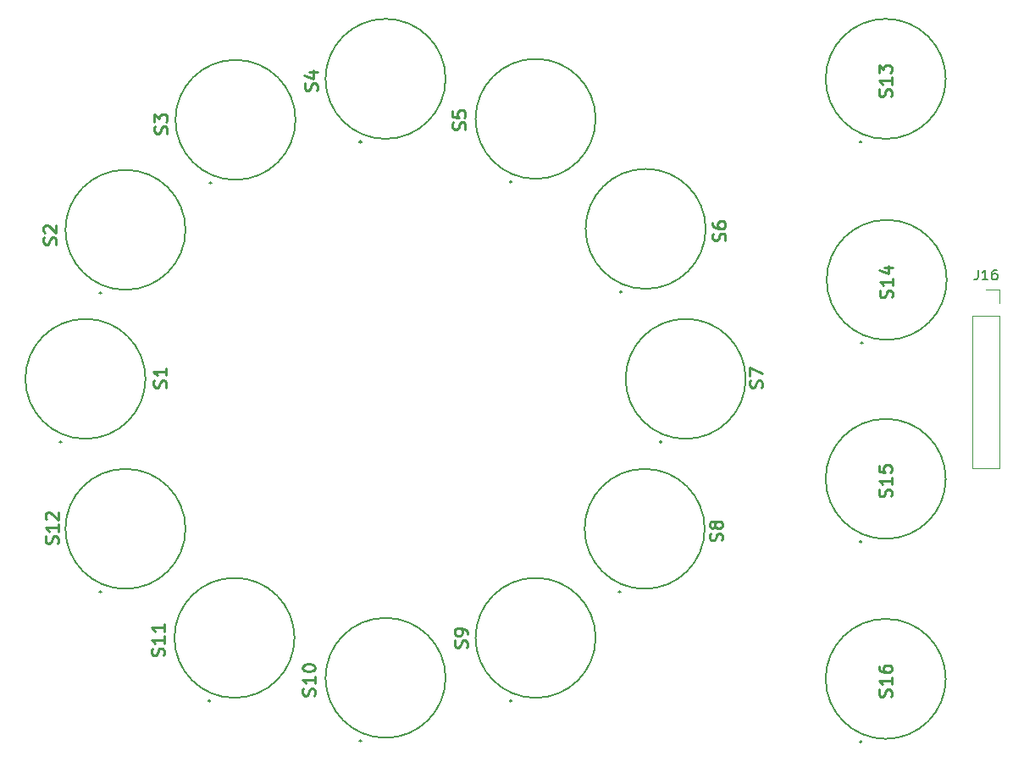
<source format=gbr>
G04 #@! TF.GenerationSoftware,KiCad,Pcbnew,(6.0.5)*
G04 #@! TF.CreationDate,2022-07-13T23:01:29-05:00*
G04 #@! TF.ProjectId,QuantizerFront,5175616e-7469-47a6-9572-46726f6e742e,rev?*
G04 #@! TF.SameCoordinates,Original*
G04 #@! TF.FileFunction,Legend,Top*
G04 #@! TF.FilePolarity,Positive*
%FSLAX46Y46*%
G04 Gerber Fmt 4.6, Leading zero omitted, Abs format (unit mm)*
G04 Created by KiCad (PCBNEW (6.0.5)) date 2022-07-13 23:01:29*
%MOMM*%
%LPD*%
G01*
G04 APERTURE LIST*
%ADD10C,0.254000*%
%ADD11C,0.150000*%
%ADD12C,0.200000*%
%ADD13C,0.120000*%
G04 APERTURE END LIST*
D10*
G04 #@! TO.C,S12*
X67214047Y-116472380D02*
X67274523Y-116290952D01*
X67274523Y-115988571D01*
X67214047Y-115867619D01*
X67153571Y-115807142D01*
X67032619Y-115746666D01*
X66911666Y-115746666D01*
X66790714Y-115807142D01*
X66730238Y-115867619D01*
X66669761Y-115988571D01*
X66609285Y-116230476D01*
X66548809Y-116351428D01*
X66488333Y-116411904D01*
X66367380Y-116472380D01*
X66246428Y-116472380D01*
X66125476Y-116411904D01*
X66065000Y-116351428D01*
X66004523Y-116230476D01*
X66004523Y-115928095D01*
X66065000Y-115746666D01*
X67274523Y-114537142D02*
X67274523Y-115262857D01*
X67274523Y-114900000D02*
X66004523Y-114900000D01*
X66185952Y-115020952D01*
X66306904Y-115141904D01*
X66367380Y-115262857D01*
X66125476Y-114053333D02*
X66065000Y-113992857D01*
X66004523Y-113871904D01*
X66004523Y-113569523D01*
X66065000Y-113448571D01*
X66125476Y-113388095D01*
X66246428Y-113327619D01*
X66367380Y-113327619D01*
X66548809Y-113388095D01*
X67274523Y-114113809D01*
X67274523Y-113327619D01*
G04 #@! TO.C,S13*
X150514047Y-71772380D02*
X150574523Y-71590952D01*
X150574523Y-71288571D01*
X150514047Y-71167619D01*
X150453571Y-71107142D01*
X150332619Y-71046666D01*
X150211666Y-71046666D01*
X150090714Y-71107142D01*
X150030238Y-71167619D01*
X149969761Y-71288571D01*
X149909285Y-71530476D01*
X149848809Y-71651428D01*
X149788333Y-71711904D01*
X149667380Y-71772380D01*
X149546428Y-71772380D01*
X149425476Y-71711904D01*
X149365000Y-71651428D01*
X149304523Y-71530476D01*
X149304523Y-71228095D01*
X149365000Y-71046666D01*
X150574523Y-69837142D02*
X150574523Y-70562857D01*
X150574523Y-70200000D02*
X149304523Y-70200000D01*
X149485952Y-70320952D01*
X149606904Y-70441904D01*
X149667380Y-70562857D01*
X149304523Y-69413809D02*
X149304523Y-68627619D01*
X149788333Y-69050952D01*
X149788333Y-68869523D01*
X149848809Y-68748571D01*
X149909285Y-68688095D01*
X150030238Y-68627619D01*
X150332619Y-68627619D01*
X150453571Y-68688095D01*
X150514047Y-68748571D01*
X150574523Y-68869523D01*
X150574523Y-69232380D01*
X150514047Y-69353333D01*
X150453571Y-69413809D01*
G04 #@! TO.C,S8*
X133614047Y-116167619D02*
X133674523Y-115986190D01*
X133674523Y-115683809D01*
X133614047Y-115562857D01*
X133553571Y-115502380D01*
X133432619Y-115441904D01*
X133311666Y-115441904D01*
X133190714Y-115502380D01*
X133130238Y-115562857D01*
X133069761Y-115683809D01*
X133009285Y-115925714D01*
X132948809Y-116046666D01*
X132888333Y-116107142D01*
X132767380Y-116167619D01*
X132646428Y-116167619D01*
X132525476Y-116107142D01*
X132465000Y-116046666D01*
X132404523Y-115925714D01*
X132404523Y-115623333D01*
X132465000Y-115441904D01*
X132948809Y-114716190D02*
X132888333Y-114837142D01*
X132827857Y-114897619D01*
X132706904Y-114958095D01*
X132646428Y-114958095D01*
X132525476Y-114897619D01*
X132465000Y-114837142D01*
X132404523Y-114716190D01*
X132404523Y-114474285D01*
X132465000Y-114353333D01*
X132525476Y-114292857D01*
X132646428Y-114232380D01*
X132706904Y-114232380D01*
X132827857Y-114292857D01*
X132888333Y-114353333D01*
X132948809Y-114474285D01*
X132948809Y-114716190D01*
X133009285Y-114837142D01*
X133069761Y-114897619D01*
X133190714Y-114958095D01*
X133432619Y-114958095D01*
X133553571Y-114897619D01*
X133614047Y-114837142D01*
X133674523Y-114716190D01*
X133674523Y-114474285D01*
X133614047Y-114353333D01*
X133553571Y-114292857D01*
X133432619Y-114232380D01*
X133190714Y-114232380D01*
X133069761Y-114292857D01*
X133009285Y-114353333D01*
X132948809Y-114474285D01*
G04 #@! TO.C,S6*
X133914047Y-86167619D02*
X133974523Y-85986190D01*
X133974523Y-85683809D01*
X133914047Y-85562857D01*
X133853571Y-85502380D01*
X133732619Y-85441904D01*
X133611666Y-85441904D01*
X133490714Y-85502380D01*
X133430238Y-85562857D01*
X133369761Y-85683809D01*
X133309285Y-85925714D01*
X133248809Y-86046666D01*
X133188333Y-86107142D01*
X133067380Y-86167619D01*
X132946428Y-86167619D01*
X132825476Y-86107142D01*
X132765000Y-86046666D01*
X132704523Y-85925714D01*
X132704523Y-85623333D01*
X132765000Y-85441904D01*
X132704523Y-84353333D02*
X132704523Y-84595238D01*
X132765000Y-84716190D01*
X132825476Y-84776666D01*
X133006904Y-84897619D01*
X133248809Y-84958095D01*
X133732619Y-84958095D01*
X133853571Y-84897619D01*
X133914047Y-84837142D01*
X133974523Y-84716190D01*
X133974523Y-84474285D01*
X133914047Y-84353333D01*
X133853571Y-84292857D01*
X133732619Y-84232380D01*
X133430238Y-84232380D01*
X133309285Y-84292857D01*
X133248809Y-84353333D01*
X133188333Y-84474285D01*
X133188333Y-84716190D01*
X133248809Y-84837142D01*
X133309285Y-84897619D01*
X133430238Y-84958095D01*
G04 #@! TO.C,S4*
X93114047Y-71167619D02*
X93174523Y-70986190D01*
X93174523Y-70683809D01*
X93114047Y-70562857D01*
X93053571Y-70502380D01*
X92932619Y-70441904D01*
X92811666Y-70441904D01*
X92690714Y-70502380D01*
X92630238Y-70562857D01*
X92569761Y-70683809D01*
X92509285Y-70925714D01*
X92448809Y-71046666D01*
X92388333Y-71107142D01*
X92267380Y-71167619D01*
X92146428Y-71167619D01*
X92025476Y-71107142D01*
X91965000Y-71046666D01*
X91904523Y-70925714D01*
X91904523Y-70623333D01*
X91965000Y-70441904D01*
X92327857Y-69353333D02*
X93174523Y-69353333D01*
X91844047Y-69655714D02*
X92751190Y-69958095D01*
X92751190Y-69171904D01*
D11*
G04 #@! TO.C,J16*
X159215476Y-89082380D02*
X159215476Y-89796666D01*
X159167857Y-89939523D01*
X159072619Y-90034761D01*
X158929761Y-90082380D01*
X158834523Y-90082380D01*
X160215476Y-90082380D02*
X159644047Y-90082380D01*
X159929761Y-90082380D02*
X159929761Y-89082380D01*
X159834523Y-89225238D01*
X159739285Y-89320476D01*
X159644047Y-89368095D01*
X161072619Y-89082380D02*
X160882142Y-89082380D01*
X160786904Y-89130000D01*
X160739285Y-89177619D01*
X160644047Y-89320476D01*
X160596428Y-89510952D01*
X160596428Y-89891904D01*
X160644047Y-89987142D01*
X160691666Y-90034761D01*
X160786904Y-90082380D01*
X160977380Y-90082380D01*
X161072619Y-90034761D01*
X161120238Y-89987142D01*
X161167857Y-89891904D01*
X161167857Y-89653809D01*
X161120238Y-89558571D01*
X161072619Y-89510952D01*
X160977380Y-89463333D01*
X160786904Y-89463333D01*
X160691666Y-89510952D01*
X160644047Y-89558571D01*
X160596428Y-89653809D01*
D10*
G04 #@! TO.C,S2*
X67014047Y-86567619D02*
X67074523Y-86386190D01*
X67074523Y-86083809D01*
X67014047Y-85962857D01*
X66953571Y-85902380D01*
X66832619Y-85841904D01*
X66711666Y-85841904D01*
X66590714Y-85902380D01*
X66530238Y-85962857D01*
X66469761Y-86083809D01*
X66409285Y-86325714D01*
X66348809Y-86446666D01*
X66288333Y-86507142D01*
X66167380Y-86567619D01*
X66046428Y-86567619D01*
X65925476Y-86507142D01*
X65865000Y-86446666D01*
X65804523Y-86325714D01*
X65804523Y-86023333D01*
X65865000Y-85841904D01*
X65925476Y-85358095D02*
X65865000Y-85297619D01*
X65804523Y-85176666D01*
X65804523Y-84874285D01*
X65865000Y-84753333D01*
X65925476Y-84692857D01*
X66046428Y-84632380D01*
X66167380Y-84632380D01*
X66348809Y-84692857D01*
X67074523Y-85418571D01*
X67074523Y-84632380D01*
G04 #@! TO.C,S3*
X78114047Y-75467619D02*
X78174523Y-75286190D01*
X78174523Y-74983809D01*
X78114047Y-74862857D01*
X78053571Y-74802380D01*
X77932619Y-74741904D01*
X77811666Y-74741904D01*
X77690714Y-74802380D01*
X77630238Y-74862857D01*
X77569761Y-74983809D01*
X77509285Y-75225714D01*
X77448809Y-75346666D01*
X77388333Y-75407142D01*
X77267380Y-75467619D01*
X77146428Y-75467619D01*
X77025476Y-75407142D01*
X76965000Y-75346666D01*
X76904523Y-75225714D01*
X76904523Y-74923333D01*
X76965000Y-74741904D01*
X76904523Y-74318571D02*
X76904523Y-73532380D01*
X77388333Y-73955714D01*
X77388333Y-73774285D01*
X77448809Y-73653333D01*
X77509285Y-73592857D01*
X77630238Y-73532380D01*
X77932619Y-73532380D01*
X78053571Y-73592857D01*
X78114047Y-73653333D01*
X78174523Y-73774285D01*
X78174523Y-74137142D01*
X78114047Y-74258095D01*
X78053571Y-74318571D01*
G04 #@! TO.C,S7*
X137614047Y-100867619D02*
X137674523Y-100686190D01*
X137674523Y-100383809D01*
X137614047Y-100262857D01*
X137553571Y-100202380D01*
X137432619Y-100141904D01*
X137311666Y-100141904D01*
X137190714Y-100202380D01*
X137130238Y-100262857D01*
X137069761Y-100383809D01*
X137009285Y-100625714D01*
X136948809Y-100746666D01*
X136888333Y-100807142D01*
X136767380Y-100867619D01*
X136646428Y-100867619D01*
X136525476Y-100807142D01*
X136465000Y-100746666D01*
X136404523Y-100625714D01*
X136404523Y-100323333D01*
X136465000Y-100141904D01*
X136404523Y-99718571D02*
X136404523Y-98871904D01*
X137674523Y-99416190D01*
G04 #@! TO.C,S10*
X92914047Y-131672380D02*
X92974523Y-131490952D01*
X92974523Y-131188571D01*
X92914047Y-131067619D01*
X92853571Y-131007142D01*
X92732619Y-130946666D01*
X92611666Y-130946666D01*
X92490714Y-131007142D01*
X92430238Y-131067619D01*
X92369761Y-131188571D01*
X92309285Y-131430476D01*
X92248809Y-131551428D01*
X92188333Y-131611904D01*
X92067380Y-131672380D01*
X91946428Y-131672380D01*
X91825476Y-131611904D01*
X91765000Y-131551428D01*
X91704523Y-131430476D01*
X91704523Y-131128095D01*
X91765000Y-130946666D01*
X92974523Y-129737142D02*
X92974523Y-130462857D01*
X92974523Y-130100000D02*
X91704523Y-130100000D01*
X91885952Y-130220952D01*
X92006904Y-130341904D01*
X92067380Y-130462857D01*
X91704523Y-128950952D02*
X91704523Y-128830000D01*
X91765000Y-128709047D01*
X91825476Y-128648571D01*
X91946428Y-128588095D01*
X92188333Y-128527619D01*
X92490714Y-128527619D01*
X92732619Y-128588095D01*
X92853571Y-128648571D01*
X92914047Y-128709047D01*
X92974523Y-128830000D01*
X92974523Y-128950952D01*
X92914047Y-129071904D01*
X92853571Y-129132380D01*
X92732619Y-129192857D01*
X92490714Y-129253333D01*
X92188333Y-129253333D01*
X91946428Y-129192857D01*
X91825476Y-129132380D01*
X91765000Y-129071904D01*
X91704523Y-128950952D01*
G04 #@! TO.C,S16*
X150514047Y-131772380D02*
X150574523Y-131590952D01*
X150574523Y-131288571D01*
X150514047Y-131167619D01*
X150453571Y-131107142D01*
X150332619Y-131046666D01*
X150211666Y-131046666D01*
X150090714Y-131107142D01*
X150030238Y-131167619D01*
X149969761Y-131288571D01*
X149909285Y-131530476D01*
X149848809Y-131651428D01*
X149788333Y-131711904D01*
X149667380Y-131772380D01*
X149546428Y-131772380D01*
X149425476Y-131711904D01*
X149365000Y-131651428D01*
X149304523Y-131530476D01*
X149304523Y-131228095D01*
X149365000Y-131046666D01*
X150574523Y-129837142D02*
X150574523Y-130562857D01*
X150574523Y-130200000D02*
X149304523Y-130200000D01*
X149485952Y-130320952D01*
X149606904Y-130441904D01*
X149667380Y-130562857D01*
X149304523Y-128748571D02*
X149304523Y-128990476D01*
X149365000Y-129111428D01*
X149425476Y-129171904D01*
X149606904Y-129292857D01*
X149848809Y-129353333D01*
X150332619Y-129353333D01*
X150453571Y-129292857D01*
X150514047Y-129232380D01*
X150574523Y-129111428D01*
X150574523Y-128869523D01*
X150514047Y-128748571D01*
X150453571Y-128688095D01*
X150332619Y-128627619D01*
X150030238Y-128627619D01*
X149909285Y-128688095D01*
X149848809Y-128748571D01*
X149788333Y-128869523D01*
X149788333Y-129111428D01*
X149848809Y-129232380D01*
X149909285Y-129292857D01*
X150030238Y-129353333D01*
G04 #@! TO.C,S1*
X78014047Y-100867619D02*
X78074523Y-100686190D01*
X78074523Y-100383809D01*
X78014047Y-100262857D01*
X77953571Y-100202380D01*
X77832619Y-100141904D01*
X77711666Y-100141904D01*
X77590714Y-100202380D01*
X77530238Y-100262857D01*
X77469761Y-100383809D01*
X77409285Y-100625714D01*
X77348809Y-100746666D01*
X77288333Y-100807142D01*
X77167380Y-100867619D01*
X77046428Y-100867619D01*
X76925476Y-100807142D01*
X76865000Y-100746666D01*
X76804523Y-100625714D01*
X76804523Y-100323333D01*
X76865000Y-100141904D01*
X78074523Y-98932380D02*
X78074523Y-99658095D01*
X78074523Y-99295238D02*
X76804523Y-99295238D01*
X76985952Y-99416190D01*
X77106904Y-99537142D01*
X77167380Y-99658095D01*
G04 #@! TO.C,S14*
X150614047Y-91872380D02*
X150674523Y-91690952D01*
X150674523Y-91388571D01*
X150614047Y-91267619D01*
X150553571Y-91207142D01*
X150432619Y-91146666D01*
X150311666Y-91146666D01*
X150190714Y-91207142D01*
X150130238Y-91267619D01*
X150069761Y-91388571D01*
X150009285Y-91630476D01*
X149948809Y-91751428D01*
X149888333Y-91811904D01*
X149767380Y-91872380D01*
X149646428Y-91872380D01*
X149525476Y-91811904D01*
X149465000Y-91751428D01*
X149404523Y-91630476D01*
X149404523Y-91328095D01*
X149465000Y-91146666D01*
X150674523Y-89937142D02*
X150674523Y-90662857D01*
X150674523Y-90300000D02*
X149404523Y-90300000D01*
X149585952Y-90420952D01*
X149706904Y-90541904D01*
X149767380Y-90662857D01*
X149827857Y-88848571D02*
X150674523Y-88848571D01*
X149344047Y-89150952D02*
X150251190Y-89453333D01*
X150251190Y-88667142D01*
G04 #@! TO.C,S15*
X150514047Y-111772380D02*
X150574523Y-111590952D01*
X150574523Y-111288571D01*
X150514047Y-111167619D01*
X150453571Y-111107142D01*
X150332619Y-111046666D01*
X150211666Y-111046666D01*
X150090714Y-111107142D01*
X150030238Y-111167619D01*
X149969761Y-111288571D01*
X149909285Y-111530476D01*
X149848809Y-111651428D01*
X149788333Y-111711904D01*
X149667380Y-111772380D01*
X149546428Y-111772380D01*
X149425476Y-111711904D01*
X149365000Y-111651428D01*
X149304523Y-111530476D01*
X149304523Y-111228095D01*
X149365000Y-111046666D01*
X150574523Y-109837142D02*
X150574523Y-110562857D01*
X150574523Y-110200000D02*
X149304523Y-110200000D01*
X149485952Y-110320952D01*
X149606904Y-110441904D01*
X149667380Y-110562857D01*
X149304523Y-108688095D02*
X149304523Y-109292857D01*
X149909285Y-109353333D01*
X149848809Y-109292857D01*
X149788333Y-109171904D01*
X149788333Y-108869523D01*
X149848809Y-108748571D01*
X149909285Y-108688095D01*
X150030238Y-108627619D01*
X150332619Y-108627619D01*
X150453571Y-108688095D01*
X150514047Y-108748571D01*
X150574523Y-108869523D01*
X150574523Y-109171904D01*
X150514047Y-109292857D01*
X150453571Y-109353333D01*
G04 #@! TO.C,S9*
X108114047Y-126867619D02*
X108174523Y-126686190D01*
X108174523Y-126383809D01*
X108114047Y-126262857D01*
X108053571Y-126202380D01*
X107932619Y-126141904D01*
X107811666Y-126141904D01*
X107690714Y-126202380D01*
X107630238Y-126262857D01*
X107569761Y-126383809D01*
X107509285Y-126625714D01*
X107448809Y-126746666D01*
X107388333Y-126807142D01*
X107267380Y-126867619D01*
X107146428Y-126867619D01*
X107025476Y-126807142D01*
X106965000Y-126746666D01*
X106904523Y-126625714D01*
X106904523Y-126323333D01*
X106965000Y-126141904D01*
X108174523Y-125537142D02*
X108174523Y-125295238D01*
X108114047Y-125174285D01*
X108053571Y-125113809D01*
X107872142Y-124992857D01*
X107630238Y-124932380D01*
X107146428Y-124932380D01*
X107025476Y-124992857D01*
X106965000Y-125053333D01*
X106904523Y-125174285D01*
X106904523Y-125416190D01*
X106965000Y-125537142D01*
X107025476Y-125597619D01*
X107146428Y-125658095D01*
X107448809Y-125658095D01*
X107569761Y-125597619D01*
X107630238Y-125537142D01*
X107690714Y-125416190D01*
X107690714Y-125174285D01*
X107630238Y-125053333D01*
X107569761Y-124992857D01*
X107448809Y-124932380D01*
G04 #@! TO.C,S5*
X107914047Y-75067619D02*
X107974523Y-74886190D01*
X107974523Y-74583809D01*
X107914047Y-74462857D01*
X107853571Y-74402380D01*
X107732619Y-74341904D01*
X107611666Y-74341904D01*
X107490714Y-74402380D01*
X107430238Y-74462857D01*
X107369761Y-74583809D01*
X107309285Y-74825714D01*
X107248809Y-74946666D01*
X107188333Y-75007142D01*
X107067380Y-75067619D01*
X106946428Y-75067619D01*
X106825476Y-75007142D01*
X106765000Y-74946666D01*
X106704523Y-74825714D01*
X106704523Y-74523333D01*
X106765000Y-74341904D01*
X106704523Y-73192857D02*
X106704523Y-73797619D01*
X107309285Y-73858095D01*
X107248809Y-73797619D01*
X107188333Y-73676666D01*
X107188333Y-73374285D01*
X107248809Y-73253333D01*
X107309285Y-73192857D01*
X107430238Y-73132380D01*
X107732619Y-73132380D01*
X107853571Y-73192857D01*
X107914047Y-73253333D01*
X107974523Y-73374285D01*
X107974523Y-73676666D01*
X107914047Y-73797619D01*
X107853571Y-73858095D01*
G04 #@! TO.C,S11*
X77814047Y-127672380D02*
X77874523Y-127490952D01*
X77874523Y-127188571D01*
X77814047Y-127067619D01*
X77753571Y-127007142D01*
X77632619Y-126946666D01*
X77511666Y-126946666D01*
X77390714Y-127007142D01*
X77330238Y-127067619D01*
X77269761Y-127188571D01*
X77209285Y-127430476D01*
X77148809Y-127551428D01*
X77088333Y-127611904D01*
X76967380Y-127672380D01*
X76846428Y-127672380D01*
X76725476Y-127611904D01*
X76665000Y-127551428D01*
X76604523Y-127430476D01*
X76604523Y-127128095D01*
X76665000Y-126946666D01*
X77874523Y-125737142D02*
X77874523Y-126462857D01*
X77874523Y-126100000D02*
X76604523Y-126100000D01*
X76785952Y-126220952D01*
X76906904Y-126341904D01*
X76967380Y-126462857D01*
X77874523Y-124527619D02*
X77874523Y-125253333D01*
X77874523Y-124890476D02*
X76604523Y-124890476D01*
X76785952Y-125011428D01*
X76906904Y-125132380D01*
X76967380Y-125253333D01*
D12*
G04 #@! TO.C,S12*
X74000000Y-121000000D02*
X74000000Y-121000000D01*
X71400000Y-121300000D02*
X71400000Y-121300000D01*
X71600000Y-121300000D02*
X71600000Y-121300000D01*
X74000000Y-109000000D02*
X74000000Y-109000000D01*
X74000000Y-121000000D02*
G75*
G03*
X74000000Y-109000000I0J6000000D01*
G01*
X74000000Y-109000000D02*
G75*
G03*
X74000000Y-121000000I0J-6000000D01*
G01*
X71600000Y-121300000D02*
G75*
G03*
X71400000Y-121300000I-100000J0D01*
G01*
X71400000Y-121300000D02*
G75*
G03*
X71600000Y-121300000I100000J0D01*
G01*
G04 #@! TO.C,S13*
X147600000Y-76300000D02*
X147600000Y-76300000D01*
X150000000Y-64000000D02*
X150000000Y-64000000D01*
X147400000Y-76300000D02*
X147400000Y-76300000D01*
X150000000Y-76000000D02*
X150000000Y-76000000D01*
X150000000Y-76000000D02*
G75*
G03*
X150000000Y-64000000I0J6000000D01*
G01*
X150000000Y-64000000D02*
G75*
G03*
X150000000Y-76000000I0J-6000000D01*
G01*
X147400000Y-76300000D02*
G75*
G03*
X147600000Y-76300000I100000J0D01*
G01*
X147600000Y-76300000D02*
G75*
G03*
X147400000Y-76300000I-100000J0D01*
G01*
G04 #@! TO.C,S8*
X125900000Y-109000000D02*
X125900000Y-109000000D01*
X125900000Y-121000000D02*
X125900000Y-121000000D01*
X123500000Y-121300000D02*
X123500000Y-121300000D01*
X123300000Y-121300000D02*
X123300000Y-121300000D01*
X125900000Y-109000000D02*
G75*
G03*
X125900000Y-121000000I0J-6000000D01*
G01*
X125900000Y-121000000D02*
G75*
G03*
X125900000Y-109000000I0J6000000D01*
G01*
X123300000Y-121300000D02*
G75*
G03*
X123500000Y-121300000I100000J0D01*
G01*
X123500000Y-121300000D02*
G75*
G03*
X123300000Y-121300000I-100000J0D01*
G01*
G04 #@! TO.C,S6*
X123600000Y-91300000D02*
X123600000Y-91300000D01*
X123400000Y-91300000D02*
X123400000Y-91300000D01*
X126000000Y-91000000D02*
X126000000Y-91000000D01*
X126000000Y-79000000D02*
X126000000Y-79000000D01*
X126000000Y-79000000D02*
G75*
G03*
X126000000Y-91000000I0J-6000000D01*
G01*
X123600000Y-91300000D02*
G75*
G03*
X123400000Y-91300000I-100000J0D01*
G01*
X123400000Y-91300000D02*
G75*
G03*
X123600000Y-91300000I100000J0D01*
G01*
X126000000Y-91000000D02*
G75*
G03*
X126000000Y-79000000I0J6000000D01*
G01*
G04 #@! TO.C,S4*
X97400000Y-76300000D02*
X97400000Y-76300000D01*
X100000000Y-64000000D02*
X100000000Y-64000000D01*
X100000000Y-76000000D02*
X100000000Y-76000000D01*
X97600000Y-76300000D02*
X97600000Y-76300000D01*
X100000000Y-76000000D02*
G75*
G03*
X100000000Y-64000000I0J6000000D01*
G01*
X100000000Y-64000000D02*
G75*
G03*
X100000000Y-76000000I0J-6000000D01*
G01*
X97400000Y-76300000D02*
G75*
G03*
X97600000Y-76300000I100000J0D01*
G01*
X97600000Y-76300000D02*
G75*
G03*
X97400000Y-76300000I-100000J0D01*
G01*
D13*
G04 #@! TO.C,J16*
X160025000Y-91070000D02*
X161355000Y-91070000D01*
X158695000Y-93670000D02*
X158695000Y-108970000D01*
X158695000Y-108970000D02*
X161355000Y-108970000D01*
X158695000Y-93670000D02*
X161355000Y-93670000D01*
X161355000Y-91070000D02*
X161355000Y-92400000D01*
X161355000Y-93670000D02*
X161355000Y-108970000D01*
D12*
G04 #@! TO.C,S2*
X71400000Y-91400000D02*
X71400000Y-91400000D01*
X74000000Y-79100000D02*
X74000000Y-79100000D01*
X71600000Y-91400000D02*
X71600000Y-91400000D01*
X74000000Y-91100000D02*
X74000000Y-91100000D01*
X74000000Y-91100000D02*
G75*
G03*
X74000000Y-79100000I0J6000000D01*
G01*
X71400000Y-91400000D02*
G75*
G03*
X71600000Y-91400000I100000J0D01*
G01*
X71600000Y-91400000D02*
G75*
G03*
X71400000Y-91400000I-100000J0D01*
G01*
X74000000Y-79100000D02*
G75*
G03*
X74000000Y-91100000I0J-6000000D01*
G01*
G04 #@! TO.C,S3*
X85000000Y-80100000D02*
X85000000Y-80100000D01*
X85000000Y-68100000D02*
X85000000Y-68100000D01*
X82600000Y-80400000D02*
X82600000Y-80400000D01*
X82400000Y-80400000D02*
X82400000Y-80400000D01*
X82400000Y-80400000D02*
G75*
G03*
X82600000Y-80400000I100000J0D01*
G01*
X82600000Y-80400000D02*
G75*
G03*
X82400000Y-80400000I-100000J0D01*
G01*
X85000000Y-68100000D02*
G75*
G03*
X85000000Y-80100000I0J-6000000D01*
G01*
X85000000Y-80100000D02*
G75*
G03*
X85000000Y-68100000I0J6000000D01*
G01*
G04 #@! TO.C,S7*
X127600000Y-106300000D02*
X127600000Y-106300000D01*
X130000000Y-106000000D02*
X130000000Y-106000000D01*
X130000000Y-94000000D02*
X130000000Y-94000000D01*
X127400000Y-106300000D02*
X127400000Y-106300000D01*
X127400000Y-106300000D02*
G75*
G03*
X127600000Y-106300000I100000J0D01*
G01*
X130000000Y-106000000D02*
G75*
G03*
X130000000Y-94000000I0J6000000D01*
G01*
X130000000Y-94000000D02*
G75*
G03*
X130000000Y-106000000I0J-6000000D01*
G01*
X127600000Y-106300000D02*
G75*
G03*
X127400000Y-106300000I-100000J0D01*
G01*
G04 #@! TO.C,S10*
X97600000Y-136200000D02*
X97600000Y-136200000D01*
X97400000Y-136200000D02*
X97400000Y-136200000D01*
X100000000Y-135900000D02*
X100000000Y-135900000D01*
X100000000Y-123900000D02*
X100000000Y-123900000D01*
X97600000Y-136200000D02*
G75*
G03*
X97400000Y-136200000I-100000J0D01*
G01*
X100000000Y-135900000D02*
G75*
G03*
X100000000Y-123900000I0J6000000D01*
G01*
X97400000Y-136200000D02*
G75*
G03*
X97600000Y-136200000I100000J0D01*
G01*
X100000000Y-123900000D02*
G75*
G03*
X100000000Y-135900000I0J-6000000D01*
G01*
G04 #@! TO.C,S16*
X150000000Y-136000000D02*
X150000000Y-136000000D01*
X147600000Y-136300000D02*
X147600000Y-136300000D01*
X147400000Y-136300000D02*
X147400000Y-136300000D01*
X150000000Y-124000000D02*
X150000000Y-124000000D01*
X147600000Y-136300000D02*
G75*
G03*
X147400000Y-136300000I-100000J0D01*
G01*
X150000000Y-136000000D02*
G75*
G03*
X150000000Y-124000000I0J6000000D01*
G01*
X150000000Y-124000000D02*
G75*
G03*
X150000000Y-136000000I0J-6000000D01*
G01*
X147400000Y-136300000D02*
G75*
G03*
X147600000Y-136300000I100000J0D01*
G01*
G04 #@! TO.C,S1*
X67600000Y-106300000D02*
X67600000Y-106300000D01*
X70000000Y-106000000D02*
X70000000Y-106000000D01*
X67400000Y-106300000D02*
X67400000Y-106300000D01*
X70000000Y-94000000D02*
X70000000Y-94000000D01*
X70000000Y-106000000D02*
G75*
G03*
X70000000Y-94000000I0J6000000D01*
G01*
X70000000Y-94000000D02*
G75*
G03*
X70000000Y-106000000I0J-6000000D01*
G01*
X67600000Y-106300000D02*
G75*
G03*
X67400000Y-106300000I-100000J0D01*
G01*
X67400000Y-106300000D02*
G75*
G03*
X67600000Y-106300000I100000J0D01*
G01*
G04 #@! TO.C,S14*
X147700000Y-96400000D02*
X147700000Y-96400000D01*
X147500000Y-96400000D02*
X147500000Y-96400000D01*
X150100000Y-96100000D02*
X150100000Y-96100000D01*
X150100000Y-84100000D02*
X150100000Y-84100000D01*
X150100000Y-84100000D02*
G75*
G03*
X150100000Y-96100000I0J-6000000D01*
G01*
X147500000Y-96400000D02*
G75*
G03*
X147700000Y-96400000I100000J0D01*
G01*
X150100000Y-96100000D02*
G75*
G03*
X150100000Y-84100000I0J6000000D01*
G01*
X147700000Y-96400000D02*
G75*
G03*
X147500000Y-96400000I-100000J0D01*
G01*
G04 #@! TO.C,S15*
X150000000Y-104000000D02*
X150000000Y-104000000D01*
X147400000Y-116300000D02*
X147400000Y-116300000D01*
X147600000Y-116300000D02*
X147600000Y-116300000D01*
X150000000Y-116000000D02*
X150000000Y-116000000D01*
X147600000Y-116300000D02*
G75*
G03*
X147400000Y-116300000I-100000J0D01*
G01*
X150000000Y-104000000D02*
G75*
G03*
X150000000Y-116000000I0J-6000000D01*
G01*
X147400000Y-116300000D02*
G75*
G03*
X147600000Y-116300000I100000J0D01*
G01*
X150000000Y-116000000D02*
G75*
G03*
X150000000Y-104000000I0J6000000D01*
G01*
G04 #@! TO.C,S9*
X115000000Y-131900000D02*
X115000000Y-131900000D01*
X115000000Y-119900000D02*
X115000000Y-119900000D01*
X112600000Y-132200000D02*
X112600000Y-132200000D01*
X112400000Y-132200000D02*
X112400000Y-132200000D01*
X112600000Y-132200000D02*
G75*
G03*
X112400000Y-132200000I-100000J0D01*
G01*
X112400000Y-132200000D02*
G75*
G03*
X112600000Y-132200000I100000J0D01*
G01*
X115000000Y-131900000D02*
G75*
G03*
X115000000Y-119900000I0J6000000D01*
G01*
X115000000Y-119900000D02*
G75*
G03*
X115000000Y-131900000I0J-6000000D01*
G01*
G04 #@! TO.C,S5*
X112600000Y-80300000D02*
X112600000Y-80300000D01*
X115000000Y-68000000D02*
X115000000Y-68000000D01*
X115000000Y-80000000D02*
X115000000Y-80000000D01*
X112400000Y-80300000D02*
X112400000Y-80300000D01*
X115000000Y-68000000D02*
G75*
G03*
X115000000Y-80000000I0J-6000000D01*
G01*
X112600000Y-80300000D02*
G75*
G03*
X112400000Y-80300000I-100000J0D01*
G01*
X115000000Y-80000000D02*
G75*
G03*
X115000000Y-68000000I0J6000000D01*
G01*
X112400000Y-80300000D02*
G75*
G03*
X112600000Y-80300000I100000J0D01*
G01*
G04 #@! TO.C,S11*
X84900000Y-119900000D02*
X84900000Y-119900000D01*
X82300000Y-132200000D02*
X82300000Y-132200000D01*
X82500000Y-132200000D02*
X82500000Y-132200000D01*
X84900000Y-131900000D02*
X84900000Y-131900000D01*
X82500000Y-132200000D02*
G75*
G03*
X82300000Y-132200000I-100000J0D01*
G01*
X84900000Y-131900000D02*
G75*
G03*
X84900000Y-119900000I0J6000000D01*
G01*
X82300000Y-132200000D02*
G75*
G03*
X82500000Y-132200000I100000J0D01*
G01*
X84900000Y-119900000D02*
G75*
G03*
X84900000Y-131900000I0J-6000000D01*
G01*
G04 #@! TD*
M02*

</source>
